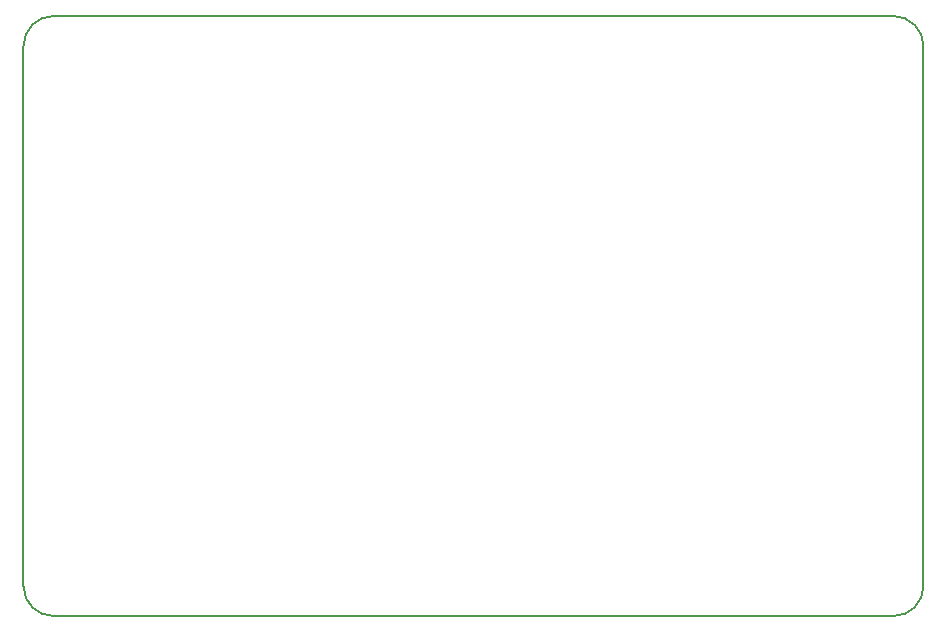
<source format=gbr>
G04 #@! TF.GenerationSoftware,KiCad,Pcbnew,(5.0.2)-1*
G04 #@! TF.CreationDate,2019-02-12T20:31:54-06:00*
G04 #@! TF.ProjectId,Nixie-PSU,4e697869-652d-4505-9355-2e6b69636164,rev?*
G04 #@! TF.SameCoordinates,Original*
G04 #@! TF.FileFunction,Profile,NP*
%FSLAX46Y46*%
G04 Gerber Fmt 4.6, Leading zero omitted, Abs format (unit mm)*
G04 Created by KiCad (PCBNEW (5.0.2)-1) date 2/12/2019 8:31:54 PM*
%MOMM*%
%LPD*%
G01*
G04 APERTURE LIST*
%ADD10C,0.150000*%
G04 APERTURE END LIST*
D10*
X162560000Y-50800000D02*
G75*
G02X165100000Y-53340000I0J-2540000D01*
G01*
X165100000Y-99060000D02*
G75*
G02X162560000Y-101600000I-2540000J0D01*
G01*
X91440000Y-101600000D02*
G75*
G02X88900000Y-99060000I0J2540000D01*
G01*
X88900000Y-53340000D02*
G75*
G02X91440000Y-50800000I2540000J0D01*
G01*
X162560000Y-50800000D02*
X91440000Y-50800000D01*
X165100000Y-99060000D02*
X165100000Y-53340000D01*
X157480000Y-101600000D02*
X162560000Y-101600000D01*
X139700000Y-101600000D02*
X157480000Y-101600000D01*
X91440000Y-101600000D02*
X139700000Y-101600000D01*
X88900000Y-81280000D02*
X88900000Y-99060000D01*
X88900000Y-53340000D02*
X88900000Y-81280000D01*
M02*

</source>
